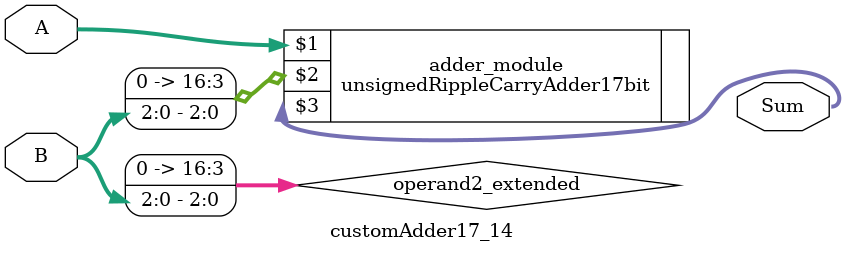
<source format=v>

module customAdder17_14(
                    input [16 : 0] A,
                    input [2 : 0] B,
                    
                    output [17 : 0] Sum
            );

    wire [16 : 0] operand2_extended;
    
    assign operand2_extended =  {14'b0, B};
    
    unsignedRippleCarryAdder17bit adder_module(
        A,
        operand2_extended,
        Sum
    );
    
endmodule
        
</source>
